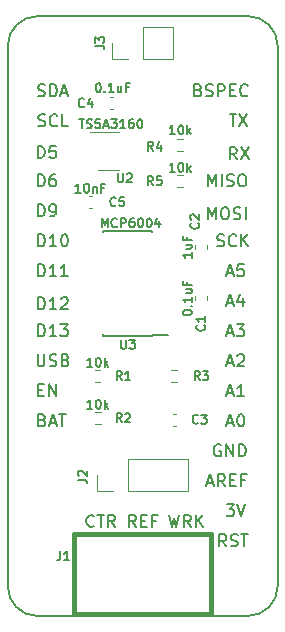
<source format=gbr>
G04 #@! TF.GenerationSoftware,KiCad,Pcbnew,5.1.7-a382d34a8~87~ubuntu18.04.1*
G04 #@! TF.CreationDate,2020-12-12T16:07:48-08:00*
G04 #@! TF.ProjectId,potentiostat_featherwing,706f7465-6e74-4696-9f73-7461745f6665,rev?*
G04 #@! TF.SameCoordinates,Original*
G04 #@! TF.FileFunction,Legend,Top*
G04 #@! TF.FilePolarity,Positive*
%FSLAX46Y46*%
G04 Gerber Fmt 4.6, Leading zero omitted, Abs format (unit mm)*
G04 Created by KiCad (PCBNEW 5.1.7-a382d34a8~87~ubuntu18.04.1) date 2020-12-12 16:07:48*
%MOMM*%
%LPD*%
G01*
G04 APERTURE LIST*
%ADD10C,0.203200*%
%ADD11C,0.150000*%
%ADD12C,0.381000*%
%ADD13C,0.120000*%
%ADD14C,0.152400*%
G04 APERTURE END LIST*
D10*
X53031571Y-67642619D02*
X53273476Y-68658619D01*
X53467000Y-67932904D01*
X53660523Y-68658619D01*
X53902428Y-67642619D01*
X54870047Y-68658619D02*
X54531380Y-68174809D01*
X54289476Y-68658619D02*
X54289476Y-67642619D01*
X54676523Y-67642619D01*
X54773285Y-67691000D01*
X54821666Y-67739380D01*
X54870047Y-67836142D01*
X54870047Y-67981285D01*
X54821666Y-68078047D01*
X54773285Y-68126428D01*
X54676523Y-68174809D01*
X54289476Y-68174809D01*
X55305476Y-68658619D02*
X55305476Y-67642619D01*
X55886047Y-68658619D02*
X55450619Y-68078047D01*
X55886047Y-67642619D02*
X55305476Y-68223190D01*
X50219428Y-68658619D02*
X49880761Y-68174809D01*
X49638857Y-68658619D02*
X49638857Y-67642619D01*
X50025904Y-67642619D01*
X50122666Y-67691000D01*
X50171047Y-67739380D01*
X50219428Y-67836142D01*
X50219428Y-67981285D01*
X50171047Y-68078047D01*
X50122666Y-68126428D01*
X50025904Y-68174809D01*
X49638857Y-68174809D01*
X50654857Y-68126428D02*
X50993523Y-68126428D01*
X51138666Y-68658619D02*
X50654857Y-68658619D01*
X50654857Y-67642619D01*
X51138666Y-67642619D01*
X51912761Y-68126428D02*
X51574095Y-68126428D01*
X51574095Y-68658619D02*
X51574095Y-67642619D01*
X52057904Y-67642619D01*
X46663428Y-68561857D02*
X46615047Y-68610238D01*
X46469904Y-68658619D01*
X46373142Y-68658619D01*
X46228000Y-68610238D01*
X46131238Y-68513476D01*
X46082857Y-68416714D01*
X46034476Y-68223190D01*
X46034476Y-68078047D01*
X46082857Y-67884523D01*
X46131238Y-67787761D01*
X46228000Y-67691000D01*
X46373142Y-67642619D01*
X46469904Y-67642619D01*
X46615047Y-67691000D01*
X46663428Y-67739380D01*
X46953714Y-67642619D02*
X47534285Y-67642619D01*
X47244000Y-68658619D02*
X47244000Y-67642619D01*
X48453523Y-68658619D02*
X48114857Y-68174809D01*
X47872952Y-68658619D02*
X47872952Y-67642619D01*
X48260000Y-67642619D01*
X48356761Y-67691000D01*
X48405142Y-67739380D01*
X48453523Y-67836142D01*
X48453523Y-67981285D01*
X48405142Y-68078047D01*
X48356761Y-68126428D01*
X48260000Y-68174809D01*
X47872952Y-68174809D01*
D11*
X39370000Y-27940000D02*
X39370000Y-73660000D01*
X59690000Y-76200000D02*
X41910000Y-76200000D01*
X62230000Y-27940000D02*
X62230000Y-73660000D01*
X59690000Y-25400000D02*
X41910000Y-25400000D01*
X41910000Y-76200000D02*
G75*
G02*
X39370000Y-73660000I0J2540000D01*
G01*
X62230000Y-73660000D02*
G75*
G02*
X59690000Y-76200000I-2540000J0D01*
G01*
X59690000Y-25400000D02*
G75*
G02*
X62230000Y-27940000I0J-2540000D01*
G01*
X39370000Y-27940000D02*
G75*
G02*
X41910000Y-25400000I2540000J0D01*
G01*
D12*
X45001180Y-69242940D02*
X45001180Y-76045060D01*
X45001180Y-76045060D02*
X56598820Y-76045060D01*
X56598820Y-76045060D02*
X56598820Y-69242940D01*
X56598820Y-69242940D02*
X45001180Y-69242940D01*
D13*
X54670000Y-65592000D02*
X54670000Y-62932000D01*
X49530000Y-65592000D02*
X54670000Y-65592000D01*
X49530000Y-62932000D02*
X54670000Y-62932000D01*
X49530000Y-65592000D02*
X49530000Y-62932000D01*
X48260000Y-65592000D02*
X46930000Y-65592000D01*
X46930000Y-65592000D02*
X46930000Y-64262000D01*
X53400000Y-29016000D02*
X53400000Y-26356000D01*
X50800000Y-29016000D02*
X53400000Y-29016000D01*
X50800000Y-26356000D02*
X53400000Y-26356000D01*
X50800000Y-29016000D02*
X50800000Y-26356000D01*
X49530000Y-29016000D02*
X48200000Y-29016000D01*
X48200000Y-29016000D02*
X48200000Y-27686000D01*
D11*
X51605000Y-52431000D02*
X52980000Y-52431000D01*
X51605000Y-43556000D02*
X47455000Y-43556000D01*
X51605000Y-52456000D02*
X47455000Y-52456000D01*
X51605000Y-43556000D02*
X51605000Y-43671000D01*
X47455000Y-43556000D02*
X47455000Y-43671000D01*
X47455000Y-52456000D02*
X47455000Y-52341000D01*
X51605000Y-52456000D02*
X51605000Y-52431000D01*
D13*
X56263000Y-49135420D02*
X56263000Y-49416580D01*
X55243000Y-49135420D02*
X55243000Y-49416580D01*
X56263000Y-45098580D02*
X56263000Y-44817420D01*
X55243000Y-45098580D02*
X55243000Y-44817420D01*
X53607580Y-59053000D02*
X53326420Y-59053000D01*
X53607580Y-60073000D02*
X53326420Y-60073000D01*
X48273580Y-33276000D02*
X47992420Y-33276000D01*
X48273580Y-32256000D02*
X47992420Y-32256000D01*
X46495580Y-41658000D02*
X46214420Y-41658000D01*
X46495580Y-40638000D02*
X46214420Y-40638000D01*
X46752742Y-55357500D02*
X47227258Y-55357500D01*
X46752742Y-56402500D02*
X47227258Y-56402500D01*
X47241258Y-58913500D02*
X46766742Y-58913500D01*
X47241258Y-59958500D02*
X46766742Y-59958500D01*
X53721724Y-56402500D02*
X53212276Y-56402500D01*
X53721724Y-55357500D02*
X53212276Y-55357500D01*
X53737742Y-36844500D02*
X54212258Y-36844500D01*
X53737742Y-35799500D02*
X54212258Y-35799500D01*
X53737742Y-38847500D02*
X54212258Y-38847500D01*
X53737742Y-39892500D02*
X54212258Y-39892500D01*
X48779000Y-35220000D02*
X46329000Y-35220000D01*
X46979000Y-38440000D02*
X48779000Y-38440000D01*
D10*
X57863619Y-70309619D02*
X57524952Y-69825809D01*
X57283047Y-70309619D02*
X57283047Y-69293619D01*
X57670095Y-69293619D01*
X57766857Y-69342000D01*
X57815238Y-69390380D01*
X57863619Y-69487142D01*
X57863619Y-69632285D01*
X57815238Y-69729047D01*
X57766857Y-69777428D01*
X57670095Y-69825809D01*
X57283047Y-69825809D01*
X58250666Y-70261238D02*
X58395809Y-70309619D01*
X58637714Y-70309619D01*
X58734476Y-70261238D01*
X58782857Y-70212857D01*
X58831238Y-70116095D01*
X58831238Y-70019333D01*
X58782857Y-69922571D01*
X58734476Y-69874190D01*
X58637714Y-69825809D01*
X58444190Y-69777428D01*
X58347428Y-69729047D01*
X58299047Y-69680666D01*
X58250666Y-69583904D01*
X58250666Y-69487142D01*
X58299047Y-69390380D01*
X58347428Y-69342000D01*
X58444190Y-69293619D01*
X58686095Y-69293619D01*
X58831238Y-69342000D01*
X59121523Y-69293619D02*
X59702095Y-69293619D01*
X59411809Y-70309619D02*
X59411809Y-69293619D01*
X57899904Y-66753619D02*
X58528857Y-66753619D01*
X58190190Y-67140666D01*
X58335333Y-67140666D01*
X58432095Y-67189047D01*
X58480476Y-67237428D01*
X58528857Y-67334190D01*
X58528857Y-67576095D01*
X58480476Y-67672857D01*
X58432095Y-67721238D01*
X58335333Y-67769619D01*
X58045047Y-67769619D01*
X57948285Y-67721238D01*
X57899904Y-67672857D01*
X58819142Y-66753619D02*
X59157809Y-67769619D01*
X59496476Y-66753619D01*
X56267047Y-64939333D02*
X56750857Y-64939333D01*
X56170285Y-65229619D02*
X56508952Y-64213619D01*
X56847619Y-65229619D01*
X57766857Y-65229619D02*
X57428190Y-64745809D01*
X57186285Y-65229619D02*
X57186285Y-64213619D01*
X57573333Y-64213619D01*
X57670095Y-64262000D01*
X57718476Y-64310380D01*
X57766857Y-64407142D01*
X57766857Y-64552285D01*
X57718476Y-64649047D01*
X57670095Y-64697428D01*
X57573333Y-64745809D01*
X57186285Y-64745809D01*
X58202285Y-64697428D02*
X58540952Y-64697428D01*
X58686095Y-65229619D02*
X58202285Y-65229619D01*
X58202285Y-64213619D01*
X58686095Y-64213619D01*
X59460190Y-64697428D02*
X59121523Y-64697428D01*
X59121523Y-65229619D02*
X59121523Y-64213619D01*
X59605333Y-64213619D01*
X57391904Y-61722000D02*
X57295142Y-61673619D01*
X57150000Y-61673619D01*
X57004857Y-61722000D01*
X56908095Y-61818761D01*
X56859714Y-61915523D01*
X56811333Y-62109047D01*
X56811333Y-62254190D01*
X56859714Y-62447714D01*
X56908095Y-62544476D01*
X57004857Y-62641238D01*
X57150000Y-62689619D01*
X57246761Y-62689619D01*
X57391904Y-62641238D01*
X57440285Y-62592857D01*
X57440285Y-62254190D01*
X57246761Y-62254190D01*
X57875714Y-62689619D02*
X57875714Y-61673619D01*
X58456285Y-62689619D01*
X58456285Y-61673619D01*
X58940095Y-62689619D02*
X58940095Y-61673619D01*
X59182000Y-61673619D01*
X59327142Y-61722000D01*
X59423904Y-61818761D01*
X59472285Y-61915523D01*
X59520666Y-62109047D01*
X59520666Y-62254190D01*
X59472285Y-62447714D01*
X59423904Y-62544476D01*
X59327142Y-62641238D01*
X59182000Y-62689619D01*
X58940095Y-62689619D01*
X57948285Y-59859333D02*
X58432095Y-59859333D01*
X57851523Y-60149619D02*
X58190190Y-59133619D01*
X58528857Y-60149619D01*
X59061047Y-59133619D02*
X59157809Y-59133619D01*
X59254571Y-59182000D01*
X59302952Y-59230380D01*
X59351333Y-59327142D01*
X59399714Y-59520666D01*
X59399714Y-59762571D01*
X59351333Y-59956095D01*
X59302952Y-60052857D01*
X59254571Y-60101238D01*
X59157809Y-60149619D01*
X59061047Y-60149619D01*
X58964285Y-60101238D01*
X58915904Y-60052857D01*
X58867523Y-59956095D01*
X58819142Y-59762571D01*
X58819142Y-59520666D01*
X58867523Y-59327142D01*
X58915904Y-59230380D01*
X58964285Y-59182000D01*
X59061047Y-59133619D01*
X57948285Y-57319333D02*
X58432095Y-57319333D01*
X57851523Y-57609619D02*
X58190190Y-56593619D01*
X58528857Y-57609619D01*
X59399714Y-57609619D02*
X58819142Y-57609619D01*
X59109428Y-57609619D02*
X59109428Y-56593619D01*
X59012666Y-56738761D01*
X58915904Y-56835523D01*
X58819142Y-56883904D01*
X57948285Y-54779333D02*
X58432095Y-54779333D01*
X57851523Y-55069619D02*
X58190190Y-54053619D01*
X58528857Y-55069619D01*
X58819142Y-54150380D02*
X58867523Y-54102000D01*
X58964285Y-54053619D01*
X59206190Y-54053619D01*
X59302952Y-54102000D01*
X59351333Y-54150380D01*
X59399714Y-54247142D01*
X59399714Y-54343904D01*
X59351333Y-54489047D01*
X58770761Y-55069619D01*
X59399714Y-55069619D01*
X57948285Y-52239333D02*
X58432095Y-52239333D01*
X57851523Y-52529619D02*
X58190190Y-51513619D01*
X58528857Y-52529619D01*
X58770761Y-51513619D02*
X59399714Y-51513619D01*
X59061047Y-51900666D01*
X59206190Y-51900666D01*
X59302952Y-51949047D01*
X59351333Y-51997428D01*
X59399714Y-52094190D01*
X59399714Y-52336095D01*
X59351333Y-52432857D01*
X59302952Y-52481238D01*
X59206190Y-52529619D01*
X58915904Y-52529619D01*
X58819142Y-52481238D01*
X58770761Y-52432857D01*
X57948285Y-49699333D02*
X58432095Y-49699333D01*
X57851523Y-49989619D02*
X58190190Y-48973619D01*
X58528857Y-49989619D01*
X59302952Y-49312285D02*
X59302952Y-49989619D01*
X59061047Y-48925238D02*
X58819142Y-49650952D01*
X59448095Y-49650952D01*
X57948285Y-47159333D02*
X58432095Y-47159333D01*
X57851523Y-47449619D02*
X58190190Y-46433619D01*
X58528857Y-47449619D01*
X59351333Y-46433619D02*
X58867523Y-46433619D01*
X58819142Y-46917428D01*
X58867523Y-46869047D01*
X58964285Y-46820666D01*
X59206190Y-46820666D01*
X59302952Y-46869047D01*
X59351333Y-46917428D01*
X59399714Y-47014190D01*
X59399714Y-47256095D01*
X59351333Y-47352857D01*
X59302952Y-47401238D01*
X59206190Y-47449619D01*
X58964285Y-47449619D01*
X58867523Y-47401238D01*
X58819142Y-47352857D01*
X57113714Y-44861238D02*
X57258857Y-44909619D01*
X57500761Y-44909619D01*
X57597523Y-44861238D01*
X57645904Y-44812857D01*
X57694285Y-44716095D01*
X57694285Y-44619333D01*
X57645904Y-44522571D01*
X57597523Y-44474190D01*
X57500761Y-44425809D01*
X57307238Y-44377428D01*
X57210476Y-44329047D01*
X57162095Y-44280666D01*
X57113714Y-44183904D01*
X57113714Y-44087142D01*
X57162095Y-43990380D01*
X57210476Y-43942000D01*
X57307238Y-43893619D01*
X57549142Y-43893619D01*
X57694285Y-43942000D01*
X58710285Y-44812857D02*
X58661904Y-44861238D01*
X58516761Y-44909619D01*
X58420000Y-44909619D01*
X58274857Y-44861238D01*
X58178095Y-44764476D01*
X58129714Y-44667714D01*
X58081333Y-44474190D01*
X58081333Y-44329047D01*
X58129714Y-44135523D01*
X58178095Y-44038761D01*
X58274857Y-43942000D01*
X58420000Y-43893619D01*
X58516761Y-43893619D01*
X58661904Y-43942000D01*
X58710285Y-43990380D01*
X59145714Y-44909619D02*
X59145714Y-43893619D01*
X59726285Y-44909619D02*
X59290857Y-44329047D01*
X59726285Y-43893619D02*
X59145714Y-44474190D01*
X56315428Y-42623619D02*
X56315428Y-41607619D01*
X56654095Y-42333333D01*
X56992761Y-41607619D01*
X56992761Y-42623619D01*
X57670095Y-41607619D02*
X57863619Y-41607619D01*
X57960380Y-41656000D01*
X58057142Y-41752761D01*
X58105523Y-41946285D01*
X58105523Y-42284952D01*
X58057142Y-42478476D01*
X57960380Y-42575238D01*
X57863619Y-42623619D01*
X57670095Y-42623619D01*
X57573333Y-42575238D01*
X57476571Y-42478476D01*
X57428190Y-42284952D01*
X57428190Y-41946285D01*
X57476571Y-41752761D01*
X57573333Y-41656000D01*
X57670095Y-41607619D01*
X58492571Y-42575238D02*
X58637714Y-42623619D01*
X58879619Y-42623619D01*
X58976380Y-42575238D01*
X59024761Y-42526857D01*
X59073142Y-42430095D01*
X59073142Y-42333333D01*
X59024761Y-42236571D01*
X58976380Y-42188190D01*
X58879619Y-42139809D01*
X58686095Y-42091428D01*
X58589333Y-42043047D01*
X58540952Y-41994666D01*
X58492571Y-41897904D01*
X58492571Y-41801142D01*
X58540952Y-41704380D01*
X58589333Y-41656000D01*
X58686095Y-41607619D01*
X58928000Y-41607619D01*
X59073142Y-41656000D01*
X59508571Y-42623619D02*
X59508571Y-41607619D01*
X56315428Y-39829619D02*
X56315428Y-38813619D01*
X56654095Y-39539333D01*
X56992761Y-38813619D01*
X56992761Y-39829619D01*
X57476571Y-39829619D02*
X57476571Y-38813619D01*
X57912000Y-39781238D02*
X58057142Y-39829619D01*
X58299047Y-39829619D01*
X58395809Y-39781238D01*
X58444190Y-39732857D01*
X58492571Y-39636095D01*
X58492571Y-39539333D01*
X58444190Y-39442571D01*
X58395809Y-39394190D01*
X58299047Y-39345809D01*
X58105523Y-39297428D01*
X58008761Y-39249047D01*
X57960380Y-39200666D01*
X57912000Y-39103904D01*
X57912000Y-39007142D01*
X57960380Y-38910380D01*
X58008761Y-38862000D01*
X58105523Y-38813619D01*
X58347428Y-38813619D01*
X58492571Y-38862000D01*
X59121523Y-38813619D02*
X59315047Y-38813619D01*
X59411809Y-38862000D01*
X59508571Y-38958761D01*
X59556952Y-39152285D01*
X59556952Y-39490952D01*
X59508571Y-39684476D01*
X59411809Y-39781238D01*
X59315047Y-39829619D01*
X59121523Y-39829619D01*
X59024761Y-39781238D01*
X58927999Y-39684476D01*
X58879619Y-39490952D01*
X58879619Y-39152285D01*
X58927999Y-38958761D01*
X59024761Y-38862000D01*
X59121523Y-38813619D01*
X58758666Y-37543619D02*
X58420000Y-37059809D01*
X58178095Y-37543619D02*
X58178095Y-36527619D01*
X58565142Y-36527619D01*
X58661904Y-36576000D01*
X58710285Y-36624380D01*
X58758666Y-36721142D01*
X58758666Y-36866285D01*
X58710285Y-36963047D01*
X58661904Y-37011428D01*
X58565142Y-37059809D01*
X58178095Y-37059809D01*
X59097333Y-36527619D02*
X59774666Y-37543619D01*
X59774666Y-36527619D02*
X59097333Y-37543619D01*
X58153904Y-33733619D02*
X58734476Y-33733619D01*
X58444190Y-34749619D02*
X58444190Y-33733619D01*
X58976380Y-33733619D02*
X59653714Y-34749619D01*
X59653714Y-33733619D02*
X58976380Y-34749619D01*
X55517142Y-31677428D02*
X55662285Y-31725809D01*
X55710666Y-31774190D01*
X55759047Y-31870952D01*
X55759047Y-32016095D01*
X55710666Y-32112857D01*
X55662285Y-32161238D01*
X55565523Y-32209619D01*
X55178476Y-32209619D01*
X55178476Y-31193619D01*
X55517142Y-31193619D01*
X55613904Y-31242000D01*
X55662285Y-31290380D01*
X55710666Y-31387142D01*
X55710666Y-31483904D01*
X55662285Y-31580666D01*
X55613904Y-31629047D01*
X55517142Y-31677428D01*
X55178476Y-31677428D01*
X56146095Y-32161238D02*
X56291238Y-32209619D01*
X56533142Y-32209619D01*
X56629904Y-32161238D01*
X56678285Y-32112857D01*
X56726666Y-32016095D01*
X56726666Y-31919333D01*
X56678285Y-31822571D01*
X56629904Y-31774190D01*
X56533142Y-31725809D01*
X56339619Y-31677428D01*
X56242857Y-31629047D01*
X56194476Y-31580666D01*
X56146095Y-31483904D01*
X56146095Y-31387142D01*
X56194476Y-31290380D01*
X56242857Y-31242000D01*
X56339619Y-31193619D01*
X56581523Y-31193619D01*
X56726666Y-31242000D01*
X57162095Y-32209619D02*
X57162095Y-31193619D01*
X57549142Y-31193619D01*
X57645904Y-31242000D01*
X57694285Y-31290380D01*
X57742666Y-31387142D01*
X57742666Y-31532285D01*
X57694285Y-31629047D01*
X57645904Y-31677428D01*
X57549142Y-31725809D01*
X57162095Y-31725809D01*
X58178095Y-31677428D02*
X58516761Y-31677428D01*
X58661904Y-32209619D02*
X58178095Y-32209619D01*
X58178095Y-31193619D01*
X58661904Y-31193619D01*
X59677904Y-32112857D02*
X59629523Y-32161238D01*
X59484380Y-32209619D01*
X59387619Y-32209619D01*
X59242476Y-32161238D01*
X59145714Y-32064476D01*
X59097333Y-31967714D01*
X59048952Y-31774190D01*
X59048952Y-31629047D01*
X59097333Y-31435523D01*
X59145714Y-31338761D01*
X59242476Y-31242000D01*
X59387619Y-31193619D01*
X59484380Y-31193619D01*
X59629523Y-31242000D01*
X59677904Y-31290380D01*
X42303095Y-59617428D02*
X42448238Y-59665809D01*
X42496619Y-59714190D01*
X42545000Y-59810952D01*
X42545000Y-59956095D01*
X42496619Y-60052857D01*
X42448238Y-60101238D01*
X42351476Y-60149619D01*
X41964428Y-60149619D01*
X41964428Y-59133619D01*
X42303095Y-59133619D01*
X42399857Y-59182000D01*
X42448238Y-59230380D01*
X42496619Y-59327142D01*
X42496619Y-59423904D01*
X42448238Y-59520666D01*
X42399857Y-59569047D01*
X42303095Y-59617428D01*
X41964428Y-59617428D01*
X42932047Y-59859333D02*
X43415857Y-59859333D01*
X42835285Y-60149619D02*
X43173952Y-59133619D01*
X43512619Y-60149619D01*
X43706142Y-59133619D02*
X44286714Y-59133619D01*
X43996428Y-60149619D02*
X43996428Y-59133619D01*
X41922095Y-57077428D02*
X42260761Y-57077428D01*
X42405904Y-57609619D02*
X41922095Y-57609619D01*
X41922095Y-56593619D01*
X42405904Y-56593619D01*
X42841333Y-57609619D02*
X42841333Y-56593619D01*
X43421904Y-57609619D01*
X43421904Y-56593619D01*
X41897904Y-54053619D02*
X41897904Y-54876095D01*
X41946285Y-54972857D01*
X41994666Y-55021238D01*
X42091428Y-55069619D01*
X42284952Y-55069619D01*
X42381714Y-55021238D01*
X42430095Y-54972857D01*
X42478476Y-54876095D01*
X42478476Y-54053619D01*
X42913904Y-55021238D02*
X43059047Y-55069619D01*
X43300952Y-55069619D01*
X43397714Y-55021238D01*
X43446095Y-54972857D01*
X43494476Y-54876095D01*
X43494476Y-54779333D01*
X43446095Y-54682571D01*
X43397714Y-54634190D01*
X43300952Y-54585809D01*
X43107428Y-54537428D01*
X43010666Y-54489047D01*
X42962285Y-54440666D01*
X42913904Y-54343904D01*
X42913904Y-54247142D01*
X42962285Y-54150380D01*
X43010666Y-54102000D01*
X43107428Y-54053619D01*
X43349333Y-54053619D01*
X43494476Y-54102000D01*
X44268571Y-54537428D02*
X44413714Y-54585809D01*
X44462095Y-54634190D01*
X44510476Y-54730952D01*
X44510476Y-54876095D01*
X44462095Y-54972857D01*
X44413714Y-55021238D01*
X44316952Y-55069619D01*
X43929904Y-55069619D01*
X43929904Y-54053619D01*
X44268571Y-54053619D01*
X44365333Y-54102000D01*
X44413714Y-54150380D01*
X44462095Y-54247142D01*
X44462095Y-54343904D01*
X44413714Y-54440666D01*
X44365333Y-54489047D01*
X44268571Y-54537428D01*
X43929904Y-54537428D01*
X41946285Y-52529619D02*
X41946285Y-51513619D01*
X42188190Y-51513619D01*
X42333333Y-51562000D01*
X42430095Y-51658761D01*
X42478476Y-51755523D01*
X42526857Y-51949047D01*
X42526857Y-52094190D01*
X42478476Y-52287714D01*
X42430095Y-52384476D01*
X42333333Y-52481238D01*
X42188190Y-52529619D01*
X41946285Y-52529619D01*
X43494476Y-52529619D02*
X42913904Y-52529619D01*
X43204190Y-52529619D02*
X43204190Y-51513619D01*
X43107428Y-51658761D01*
X43010666Y-51755523D01*
X42913904Y-51803904D01*
X43833142Y-51513619D02*
X44462095Y-51513619D01*
X44123428Y-51900666D01*
X44268571Y-51900666D01*
X44365333Y-51949047D01*
X44413714Y-51997428D01*
X44462095Y-52094190D01*
X44462095Y-52336095D01*
X44413714Y-52432857D01*
X44365333Y-52481238D01*
X44268571Y-52529619D01*
X43978285Y-52529619D01*
X43881523Y-52481238D01*
X43833142Y-52432857D01*
X41946285Y-50243619D02*
X41946285Y-49227619D01*
X42188190Y-49227619D01*
X42333333Y-49276000D01*
X42430095Y-49372761D01*
X42478476Y-49469523D01*
X42526857Y-49663047D01*
X42526857Y-49808190D01*
X42478476Y-50001714D01*
X42430095Y-50098476D01*
X42333333Y-50195238D01*
X42188190Y-50243619D01*
X41946285Y-50243619D01*
X43494476Y-50243619D02*
X42913904Y-50243619D01*
X43204190Y-50243619D02*
X43204190Y-49227619D01*
X43107428Y-49372761D01*
X43010666Y-49469523D01*
X42913904Y-49517904D01*
X43881523Y-49324380D02*
X43929904Y-49276000D01*
X44026666Y-49227619D01*
X44268571Y-49227619D01*
X44365333Y-49276000D01*
X44413714Y-49324380D01*
X44462095Y-49421142D01*
X44462095Y-49517904D01*
X44413714Y-49663047D01*
X43833142Y-50243619D01*
X44462095Y-50243619D01*
X41946285Y-47449619D02*
X41946285Y-46433619D01*
X42188190Y-46433619D01*
X42333333Y-46482000D01*
X42430095Y-46578761D01*
X42478476Y-46675523D01*
X42526857Y-46869047D01*
X42526857Y-47014190D01*
X42478476Y-47207714D01*
X42430095Y-47304476D01*
X42333333Y-47401238D01*
X42188190Y-47449619D01*
X41946285Y-47449619D01*
X43494476Y-47449619D02*
X42913904Y-47449619D01*
X43204190Y-47449619D02*
X43204190Y-46433619D01*
X43107428Y-46578761D01*
X43010666Y-46675523D01*
X42913904Y-46723904D01*
X44462095Y-47449619D02*
X43881523Y-47449619D01*
X44171809Y-47449619D02*
X44171809Y-46433619D01*
X44075047Y-46578761D01*
X43978285Y-46675523D01*
X43881523Y-46723904D01*
X41946285Y-44909619D02*
X41946285Y-43893619D01*
X42188190Y-43893619D01*
X42333333Y-43942000D01*
X42430095Y-44038761D01*
X42478476Y-44135523D01*
X42526857Y-44329047D01*
X42526857Y-44474190D01*
X42478476Y-44667714D01*
X42430095Y-44764476D01*
X42333333Y-44861238D01*
X42188190Y-44909619D01*
X41946285Y-44909619D01*
X43494476Y-44909619D02*
X42913904Y-44909619D01*
X43204190Y-44909619D02*
X43204190Y-43893619D01*
X43107428Y-44038761D01*
X43010666Y-44135523D01*
X42913904Y-44183904D01*
X44123428Y-43893619D02*
X44220190Y-43893619D01*
X44316952Y-43942000D01*
X44365333Y-43990380D01*
X44413714Y-44087142D01*
X44462095Y-44280666D01*
X44462095Y-44522571D01*
X44413714Y-44716095D01*
X44365333Y-44812857D01*
X44316952Y-44861238D01*
X44220190Y-44909619D01*
X44123428Y-44909619D01*
X44026666Y-44861238D01*
X43978285Y-44812857D01*
X43929904Y-44716095D01*
X43881523Y-44522571D01*
X43881523Y-44280666D01*
X43929904Y-44087142D01*
X43978285Y-43990380D01*
X44026666Y-43942000D01*
X44123428Y-43893619D01*
X41922095Y-42369619D02*
X41922095Y-41353619D01*
X42164000Y-41353619D01*
X42309142Y-41402000D01*
X42405904Y-41498761D01*
X42454285Y-41595523D01*
X42502666Y-41789047D01*
X42502666Y-41934190D01*
X42454285Y-42127714D01*
X42405904Y-42224476D01*
X42309142Y-42321238D01*
X42164000Y-42369619D01*
X41922095Y-42369619D01*
X42986476Y-42369619D02*
X43180000Y-42369619D01*
X43276761Y-42321238D01*
X43325142Y-42272857D01*
X43421904Y-42127714D01*
X43470285Y-41934190D01*
X43470285Y-41547142D01*
X43421904Y-41450380D01*
X43373523Y-41402000D01*
X43276761Y-41353619D01*
X43083238Y-41353619D01*
X42986476Y-41402000D01*
X42938095Y-41450380D01*
X42889714Y-41547142D01*
X42889714Y-41789047D01*
X42938095Y-41885809D01*
X42986476Y-41934190D01*
X43083238Y-41982571D01*
X43276761Y-41982571D01*
X43373523Y-41934190D01*
X43421904Y-41885809D01*
X43470285Y-41789047D01*
X41922095Y-39829619D02*
X41922095Y-38813619D01*
X42164000Y-38813619D01*
X42309142Y-38862000D01*
X42405904Y-38958761D01*
X42454285Y-39055523D01*
X42502666Y-39249047D01*
X42502666Y-39394190D01*
X42454285Y-39587714D01*
X42405904Y-39684476D01*
X42309142Y-39781238D01*
X42164000Y-39829619D01*
X41922095Y-39829619D01*
X43373523Y-38813619D02*
X43180000Y-38813619D01*
X43083238Y-38862000D01*
X43034857Y-38910380D01*
X42938095Y-39055523D01*
X42889714Y-39249047D01*
X42889714Y-39636095D01*
X42938095Y-39732857D01*
X42986476Y-39781238D01*
X43083238Y-39829619D01*
X43276761Y-39829619D01*
X43373523Y-39781238D01*
X43421904Y-39732857D01*
X43470285Y-39636095D01*
X43470285Y-39394190D01*
X43421904Y-39297428D01*
X43373523Y-39249047D01*
X43276761Y-39200666D01*
X43083238Y-39200666D01*
X42986476Y-39249047D01*
X42938095Y-39297428D01*
X42889714Y-39394190D01*
X41922095Y-37416619D02*
X41922095Y-36400619D01*
X42164000Y-36400619D01*
X42309142Y-36449000D01*
X42405904Y-36545761D01*
X42454285Y-36642523D01*
X42502666Y-36836047D01*
X42502666Y-36981190D01*
X42454285Y-37174714D01*
X42405904Y-37271476D01*
X42309142Y-37368238D01*
X42164000Y-37416619D01*
X41922095Y-37416619D01*
X43421904Y-36400619D02*
X42938095Y-36400619D01*
X42889714Y-36884428D01*
X42938095Y-36836047D01*
X43034857Y-36787666D01*
X43276761Y-36787666D01*
X43373523Y-36836047D01*
X43421904Y-36884428D01*
X43470285Y-36981190D01*
X43470285Y-37223095D01*
X43421904Y-37319857D01*
X43373523Y-37368238D01*
X43276761Y-37416619D01*
X43034857Y-37416619D01*
X42938095Y-37368238D01*
X42889714Y-37319857D01*
X41970476Y-34701238D02*
X42115619Y-34749619D01*
X42357523Y-34749619D01*
X42454285Y-34701238D01*
X42502666Y-34652857D01*
X42551047Y-34556095D01*
X42551047Y-34459333D01*
X42502666Y-34362571D01*
X42454285Y-34314190D01*
X42357523Y-34265809D01*
X42164000Y-34217428D01*
X42067238Y-34169047D01*
X42018857Y-34120666D01*
X41970476Y-34023904D01*
X41970476Y-33927142D01*
X42018857Y-33830380D01*
X42067238Y-33782000D01*
X42164000Y-33733619D01*
X42405904Y-33733619D01*
X42551047Y-33782000D01*
X43567047Y-34652857D02*
X43518666Y-34701238D01*
X43373523Y-34749619D01*
X43276761Y-34749619D01*
X43131619Y-34701238D01*
X43034857Y-34604476D01*
X42986476Y-34507714D01*
X42938095Y-34314190D01*
X42938095Y-34169047D01*
X42986476Y-33975523D01*
X43034857Y-33878761D01*
X43131619Y-33782000D01*
X43276761Y-33733619D01*
X43373523Y-33733619D01*
X43518666Y-33782000D01*
X43567047Y-33830380D01*
X44486285Y-34749619D02*
X44002476Y-34749619D01*
X44002476Y-33733619D01*
X41946285Y-32161238D02*
X42091428Y-32209619D01*
X42333333Y-32209619D01*
X42430095Y-32161238D01*
X42478476Y-32112857D01*
X42526857Y-32016095D01*
X42526857Y-31919333D01*
X42478476Y-31822571D01*
X42430095Y-31774190D01*
X42333333Y-31725809D01*
X42139809Y-31677428D01*
X42043047Y-31629047D01*
X41994666Y-31580666D01*
X41946285Y-31483904D01*
X41946285Y-31387142D01*
X41994666Y-31290380D01*
X42043047Y-31242000D01*
X42139809Y-31193619D01*
X42381714Y-31193619D01*
X42526857Y-31242000D01*
X42962285Y-32209619D02*
X42962285Y-31193619D01*
X43204190Y-31193619D01*
X43349333Y-31242000D01*
X43446095Y-31338761D01*
X43494476Y-31435523D01*
X43542857Y-31629047D01*
X43542857Y-31774190D01*
X43494476Y-31967714D01*
X43446095Y-32064476D01*
X43349333Y-32161238D01*
X43204190Y-32209619D01*
X42962285Y-32209619D01*
X43929904Y-31919333D02*
X44413714Y-31919333D01*
X43833142Y-32209619D02*
X44171809Y-31193619D01*
X44510476Y-32209619D01*
D14*
X43815000Y-70702714D02*
X43815000Y-71247000D01*
X43778714Y-71355857D01*
X43706142Y-71428428D01*
X43597285Y-71464714D01*
X43524714Y-71464714D01*
X44577000Y-71464714D02*
X44141571Y-71464714D01*
X44359285Y-71464714D02*
X44359285Y-70702714D01*
X44286714Y-70811571D01*
X44214142Y-70884142D01*
X44141571Y-70920428D01*
X45302714Y-64643000D02*
X45847000Y-64643000D01*
X45955857Y-64679285D01*
X46028428Y-64751857D01*
X46064714Y-64860714D01*
X46064714Y-64933285D01*
X45375285Y-64316428D02*
X45339000Y-64280142D01*
X45302714Y-64207571D01*
X45302714Y-64026142D01*
X45339000Y-63953571D01*
X45375285Y-63917285D01*
X45447857Y-63881000D01*
X45520428Y-63881000D01*
X45629285Y-63917285D01*
X46064714Y-64352714D01*
X46064714Y-63881000D01*
X46782714Y-27940000D02*
X47327000Y-27940000D01*
X47435857Y-27976285D01*
X47508428Y-28048857D01*
X47544714Y-28157714D01*
X47544714Y-28230285D01*
X46782714Y-27649714D02*
X46782714Y-27178000D01*
X47073000Y-27432000D01*
X47073000Y-27323142D01*
X47109285Y-27250571D01*
X47145571Y-27214285D01*
X47218142Y-27178000D01*
X47399571Y-27178000D01*
X47472142Y-27214285D01*
X47508428Y-27250571D01*
X47544714Y-27323142D01*
X47544714Y-27540857D01*
X47508428Y-27613428D01*
X47472142Y-27649714D01*
X48949428Y-52795714D02*
X48949428Y-53412571D01*
X48985714Y-53485142D01*
X49022000Y-53521428D01*
X49094571Y-53557714D01*
X49239714Y-53557714D01*
X49312285Y-53521428D01*
X49348571Y-53485142D01*
X49384857Y-53412571D01*
X49384857Y-52795714D01*
X49675142Y-52795714D02*
X50146857Y-52795714D01*
X49892857Y-53086000D01*
X50001714Y-53086000D01*
X50074285Y-53122285D01*
X50110571Y-53158571D01*
X50146857Y-53231142D01*
X50146857Y-53412571D01*
X50110571Y-53485142D01*
X50074285Y-53521428D01*
X50001714Y-53557714D01*
X49784000Y-53557714D01*
X49711428Y-53521428D01*
X49675142Y-53485142D01*
X47316571Y-43270714D02*
X47316571Y-42508714D01*
X47570571Y-43053000D01*
X47824571Y-42508714D01*
X47824571Y-43270714D01*
X48622857Y-43198142D02*
X48586571Y-43234428D01*
X48477714Y-43270714D01*
X48405142Y-43270714D01*
X48296285Y-43234428D01*
X48223714Y-43161857D01*
X48187428Y-43089285D01*
X48151142Y-42944142D01*
X48151142Y-42835285D01*
X48187428Y-42690142D01*
X48223714Y-42617571D01*
X48296285Y-42545000D01*
X48405142Y-42508714D01*
X48477714Y-42508714D01*
X48586571Y-42545000D01*
X48622857Y-42581285D01*
X48949428Y-43270714D02*
X48949428Y-42508714D01*
X49239714Y-42508714D01*
X49312285Y-42545000D01*
X49348571Y-42581285D01*
X49384857Y-42653857D01*
X49384857Y-42762714D01*
X49348571Y-42835285D01*
X49312285Y-42871571D01*
X49239714Y-42907857D01*
X48949428Y-42907857D01*
X50038000Y-42508714D02*
X49892857Y-42508714D01*
X49820285Y-42545000D01*
X49784000Y-42581285D01*
X49711428Y-42690142D01*
X49675142Y-42835285D01*
X49675142Y-43125571D01*
X49711428Y-43198142D01*
X49747714Y-43234428D01*
X49820285Y-43270714D01*
X49965428Y-43270714D01*
X50038000Y-43234428D01*
X50074285Y-43198142D01*
X50110571Y-43125571D01*
X50110571Y-42944142D01*
X50074285Y-42871571D01*
X50038000Y-42835285D01*
X49965428Y-42799000D01*
X49820285Y-42799000D01*
X49747714Y-42835285D01*
X49711428Y-42871571D01*
X49675142Y-42944142D01*
X50582285Y-42508714D02*
X50654857Y-42508714D01*
X50727428Y-42545000D01*
X50763714Y-42581285D01*
X50800000Y-42653857D01*
X50836285Y-42799000D01*
X50836285Y-42980428D01*
X50800000Y-43125571D01*
X50763714Y-43198142D01*
X50727428Y-43234428D01*
X50654857Y-43270714D01*
X50582285Y-43270714D01*
X50509714Y-43234428D01*
X50473428Y-43198142D01*
X50437142Y-43125571D01*
X50400857Y-42980428D01*
X50400857Y-42799000D01*
X50437142Y-42653857D01*
X50473428Y-42581285D01*
X50509714Y-42545000D01*
X50582285Y-42508714D01*
X51308000Y-42508714D02*
X51380571Y-42508714D01*
X51453142Y-42545000D01*
X51489428Y-42581285D01*
X51525714Y-42653857D01*
X51562000Y-42799000D01*
X51562000Y-42980428D01*
X51525714Y-43125571D01*
X51489428Y-43198142D01*
X51453142Y-43234428D01*
X51380571Y-43270714D01*
X51308000Y-43270714D01*
X51235428Y-43234428D01*
X51199142Y-43198142D01*
X51162857Y-43125571D01*
X51126571Y-42980428D01*
X51126571Y-42799000D01*
X51162857Y-42653857D01*
X51199142Y-42581285D01*
X51235428Y-42545000D01*
X51308000Y-42508714D01*
X52215142Y-42762714D02*
X52215142Y-43270714D01*
X52033714Y-42472428D02*
X51852285Y-43016714D01*
X52324000Y-43016714D01*
X56025142Y-51562000D02*
X56061428Y-51598285D01*
X56097714Y-51707142D01*
X56097714Y-51779714D01*
X56061428Y-51888571D01*
X55988857Y-51961142D01*
X55916285Y-51997428D01*
X55771142Y-52033714D01*
X55662285Y-52033714D01*
X55517142Y-51997428D01*
X55444571Y-51961142D01*
X55372000Y-51888571D01*
X55335714Y-51779714D01*
X55335714Y-51707142D01*
X55372000Y-51598285D01*
X55408285Y-51562000D01*
X56097714Y-50836285D02*
X56097714Y-51271714D01*
X56097714Y-51054000D02*
X55335714Y-51054000D01*
X55444571Y-51126571D01*
X55517142Y-51199142D01*
X55553428Y-51271714D01*
X54192714Y-50527857D02*
X54192714Y-50455285D01*
X54229000Y-50382714D01*
X54265285Y-50346428D01*
X54337857Y-50310142D01*
X54483000Y-50273857D01*
X54664428Y-50273857D01*
X54809571Y-50310142D01*
X54882142Y-50346428D01*
X54918428Y-50382714D01*
X54954714Y-50455285D01*
X54954714Y-50527857D01*
X54918428Y-50600428D01*
X54882142Y-50636714D01*
X54809571Y-50673000D01*
X54664428Y-50709285D01*
X54483000Y-50709285D01*
X54337857Y-50673000D01*
X54265285Y-50636714D01*
X54229000Y-50600428D01*
X54192714Y-50527857D01*
X54882142Y-49947285D02*
X54918428Y-49911000D01*
X54954714Y-49947285D01*
X54918428Y-49983571D01*
X54882142Y-49947285D01*
X54954714Y-49947285D01*
X54954714Y-49185285D02*
X54954714Y-49620714D01*
X54954714Y-49403000D02*
X54192714Y-49403000D01*
X54301571Y-49475571D01*
X54374142Y-49548142D01*
X54410428Y-49620714D01*
X54446714Y-48532142D02*
X54954714Y-48532142D01*
X54446714Y-48858714D02*
X54845857Y-48858714D01*
X54918428Y-48822428D01*
X54954714Y-48749857D01*
X54954714Y-48641000D01*
X54918428Y-48568428D01*
X54882142Y-48532142D01*
X54555571Y-47915285D02*
X54555571Y-48169285D01*
X54954714Y-48169285D02*
X54192714Y-48169285D01*
X54192714Y-47806428D01*
X55517142Y-42926000D02*
X55553428Y-42962285D01*
X55589714Y-43071142D01*
X55589714Y-43143714D01*
X55553428Y-43252571D01*
X55480857Y-43325142D01*
X55408285Y-43361428D01*
X55263142Y-43397714D01*
X55154285Y-43397714D01*
X55009142Y-43361428D01*
X54936571Y-43325142D01*
X54864000Y-43252571D01*
X54827714Y-43143714D01*
X54827714Y-43071142D01*
X54864000Y-42962285D01*
X54900285Y-42926000D01*
X54900285Y-42635714D02*
X54864000Y-42599428D01*
X54827714Y-42526857D01*
X54827714Y-42345428D01*
X54864000Y-42272857D01*
X54900285Y-42236571D01*
X54972857Y-42200285D01*
X55045428Y-42200285D01*
X55154285Y-42236571D01*
X55589714Y-42672000D01*
X55589714Y-42200285D01*
X54954714Y-45411571D02*
X54954714Y-45847000D01*
X54954714Y-45629285D02*
X54192714Y-45629285D01*
X54301571Y-45701857D01*
X54374142Y-45774428D01*
X54410428Y-45847000D01*
X54446714Y-44758428D02*
X54954714Y-44758428D01*
X54446714Y-45085000D02*
X54845857Y-45085000D01*
X54918428Y-45048714D01*
X54954714Y-44976142D01*
X54954714Y-44867285D01*
X54918428Y-44794714D01*
X54882142Y-44758428D01*
X54555571Y-44141571D02*
X54555571Y-44395571D01*
X54954714Y-44395571D02*
X54192714Y-44395571D01*
X54192714Y-44032714D01*
X55499000Y-59835142D02*
X55462714Y-59871428D01*
X55353857Y-59907714D01*
X55281285Y-59907714D01*
X55172428Y-59871428D01*
X55099857Y-59798857D01*
X55063571Y-59726285D01*
X55027285Y-59581142D01*
X55027285Y-59472285D01*
X55063571Y-59327142D01*
X55099857Y-59254571D01*
X55172428Y-59182000D01*
X55281285Y-59145714D01*
X55353857Y-59145714D01*
X55462714Y-59182000D01*
X55499000Y-59218285D01*
X55753000Y-59145714D02*
X56224714Y-59145714D01*
X55970714Y-59436000D01*
X56079571Y-59436000D01*
X56152142Y-59472285D01*
X56188428Y-59508571D01*
X56224714Y-59581142D01*
X56224714Y-59762571D01*
X56188428Y-59835142D01*
X56152142Y-59871428D01*
X56079571Y-59907714D01*
X55861857Y-59907714D01*
X55789285Y-59871428D01*
X55753000Y-59835142D01*
X45847000Y-33038142D02*
X45810714Y-33074428D01*
X45701857Y-33110714D01*
X45629285Y-33110714D01*
X45520428Y-33074428D01*
X45447857Y-33001857D01*
X45411571Y-32929285D01*
X45375285Y-32784142D01*
X45375285Y-32675285D01*
X45411571Y-32530142D01*
X45447857Y-32457571D01*
X45520428Y-32385000D01*
X45629285Y-32348714D01*
X45701857Y-32348714D01*
X45810714Y-32385000D01*
X45847000Y-32421285D01*
X46500142Y-32602714D02*
X46500142Y-33110714D01*
X46318714Y-32312428D02*
X46137285Y-32856714D01*
X46609000Y-32856714D01*
X47008142Y-31078714D02*
X47080714Y-31078714D01*
X47153285Y-31115000D01*
X47189571Y-31151285D01*
X47225857Y-31223857D01*
X47262142Y-31369000D01*
X47262142Y-31550428D01*
X47225857Y-31695571D01*
X47189571Y-31768142D01*
X47153285Y-31804428D01*
X47080714Y-31840714D01*
X47008142Y-31840714D01*
X46935571Y-31804428D01*
X46899285Y-31768142D01*
X46863000Y-31695571D01*
X46826714Y-31550428D01*
X46826714Y-31369000D01*
X46863000Y-31223857D01*
X46899285Y-31151285D01*
X46935571Y-31115000D01*
X47008142Y-31078714D01*
X47588714Y-31768142D02*
X47625000Y-31804428D01*
X47588714Y-31840714D01*
X47552428Y-31804428D01*
X47588714Y-31768142D01*
X47588714Y-31840714D01*
X48350714Y-31840714D02*
X47915285Y-31840714D01*
X48133000Y-31840714D02*
X48133000Y-31078714D01*
X48060428Y-31187571D01*
X47987857Y-31260142D01*
X47915285Y-31296428D01*
X49003857Y-31332714D02*
X49003857Y-31840714D01*
X48677285Y-31332714D02*
X48677285Y-31731857D01*
X48713571Y-31804428D01*
X48786142Y-31840714D01*
X48895000Y-31840714D01*
X48967571Y-31804428D01*
X49003857Y-31768142D01*
X49620714Y-31441571D02*
X49366714Y-31441571D01*
X49366714Y-31840714D02*
X49366714Y-31078714D01*
X49729571Y-31078714D01*
X48514000Y-41420142D02*
X48477714Y-41456428D01*
X48368857Y-41492714D01*
X48296285Y-41492714D01*
X48187428Y-41456428D01*
X48114857Y-41383857D01*
X48078571Y-41311285D01*
X48042285Y-41166142D01*
X48042285Y-41057285D01*
X48078571Y-40912142D01*
X48114857Y-40839571D01*
X48187428Y-40767000D01*
X48296285Y-40730714D01*
X48368857Y-40730714D01*
X48477714Y-40767000D01*
X48514000Y-40803285D01*
X49203428Y-40730714D02*
X48840571Y-40730714D01*
X48804285Y-41093571D01*
X48840571Y-41057285D01*
X48913142Y-41021000D01*
X49094571Y-41021000D01*
X49167142Y-41057285D01*
X49203428Y-41093571D01*
X49239714Y-41166142D01*
X49239714Y-41347571D01*
X49203428Y-41420142D01*
X49167142Y-41456428D01*
X49094571Y-41492714D01*
X48913142Y-41492714D01*
X48840571Y-41456428D01*
X48804285Y-41420142D01*
X45538571Y-40349714D02*
X45103142Y-40349714D01*
X45320857Y-40349714D02*
X45320857Y-39587714D01*
X45248285Y-39696571D01*
X45175714Y-39769142D01*
X45103142Y-39805428D01*
X46010285Y-39587714D02*
X46082857Y-39587714D01*
X46155428Y-39624000D01*
X46191714Y-39660285D01*
X46228000Y-39732857D01*
X46264285Y-39878000D01*
X46264285Y-40059428D01*
X46228000Y-40204571D01*
X46191714Y-40277142D01*
X46155428Y-40313428D01*
X46082857Y-40349714D01*
X46010285Y-40349714D01*
X45937714Y-40313428D01*
X45901428Y-40277142D01*
X45865142Y-40204571D01*
X45828857Y-40059428D01*
X45828857Y-39878000D01*
X45865142Y-39732857D01*
X45901428Y-39660285D01*
X45937714Y-39624000D01*
X46010285Y-39587714D01*
X46590857Y-39841714D02*
X46590857Y-40349714D01*
X46590857Y-39914285D02*
X46627142Y-39878000D01*
X46699714Y-39841714D01*
X46808571Y-39841714D01*
X46881142Y-39878000D01*
X46917428Y-39950571D01*
X46917428Y-40349714D01*
X47534285Y-39950571D02*
X47280285Y-39950571D01*
X47280285Y-40349714D02*
X47280285Y-39587714D01*
X47643142Y-39587714D01*
X49022000Y-56224714D02*
X48768000Y-55861857D01*
X48586571Y-56224714D02*
X48586571Y-55462714D01*
X48876857Y-55462714D01*
X48949428Y-55499000D01*
X48985714Y-55535285D01*
X49022000Y-55607857D01*
X49022000Y-55716714D01*
X48985714Y-55789285D01*
X48949428Y-55825571D01*
X48876857Y-55861857D01*
X48586571Y-55861857D01*
X49747714Y-56224714D02*
X49312285Y-56224714D01*
X49530000Y-56224714D02*
X49530000Y-55462714D01*
X49457428Y-55571571D01*
X49384857Y-55644142D01*
X49312285Y-55680428D01*
X46536428Y-55081714D02*
X46101000Y-55081714D01*
X46318714Y-55081714D02*
X46318714Y-54319714D01*
X46246142Y-54428571D01*
X46173571Y-54501142D01*
X46101000Y-54537428D01*
X47008142Y-54319714D02*
X47080714Y-54319714D01*
X47153285Y-54356000D01*
X47189571Y-54392285D01*
X47225857Y-54464857D01*
X47262142Y-54610000D01*
X47262142Y-54791428D01*
X47225857Y-54936571D01*
X47189571Y-55009142D01*
X47153285Y-55045428D01*
X47080714Y-55081714D01*
X47008142Y-55081714D01*
X46935571Y-55045428D01*
X46899285Y-55009142D01*
X46863000Y-54936571D01*
X46826714Y-54791428D01*
X46826714Y-54610000D01*
X46863000Y-54464857D01*
X46899285Y-54392285D01*
X46935571Y-54356000D01*
X47008142Y-54319714D01*
X47588714Y-55081714D02*
X47588714Y-54319714D01*
X47661285Y-54791428D02*
X47879000Y-55081714D01*
X47879000Y-54573714D02*
X47588714Y-54864000D01*
X49022000Y-59780714D02*
X48768000Y-59417857D01*
X48586571Y-59780714D02*
X48586571Y-59018714D01*
X48876857Y-59018714D01*
X48949428Y-59055000D01*
X48985714Y-59091285D01*
X49022000Y-59163857D01*
X49022000Y-59272714D01*
X48985714Y-59345285D01*
X48949428Y-59381571D01*
X48876857Y-59417857D01*
X48586571Y-59417857D01*
X49312285Y-59091285D02*
X49348571Y-59055000D01*
X49421142Y-59018714D01*
X49602571Y-59018714D01*
X49675142Y-59055000D01*
X49711428Y-59091285D01*
X49747714Y-59163857D01*
X49747714Y-59236428D01*
X49711428Y-59345285D01*
X49276000Y-59780714D01*
X49747714Y-59780714D01*
X46536428Y-58637714D02*
X46101000Y-58637714D01*
X46318714Y-58637714D02*
X46318714Y-57875714D01*
X46246142Y-57984571D01*
X46173571Y-58057142D01*
X46101000Y-58093428D01*
X47008142Y-57875714D02*
X47080714Y-57875714D01*
X47153285Y-57912000D01*
X47189571Y-57948285D01*
X47225857Y-58020857D01*
X47262142Y-58166000D01*
X47262142Y-58347428D01*
X47225857Y-58492571D01*
X47189571Y-58565142D01*
X47153285Y-58601428D01*
X47080714Y-58637714D01*
X47008142Y-58637714D01*
X46935571Y-58601428D01*
X46899285Y-58565142D01*
X46863000Y-58492571D01*
X46826714Y-58347428D01*
X46826714Y-58166000D01*
X46863000Y-58020857D01*
X46899285Y-57948285D01*
X46935571Y-57912000D01*
X47008142Y-57875714D01*
X47588714Y-58637714D02*
X47588714Y-57875714D01*
X47661285Y-58347428D02*
X47879000Y-58637714D01*
X47879000Y-58129714D02*
X47588714Y-58420000D01*
X55626000Y-56224714D02*
X55372000Y-55861857D01*
X55190571Y-56224714D02*
X55190571Y-55462714D01*
X55480857Y-55462714D01*
X55553428Y-55499000D01*
X55589714Y-55535285D01*
X55626000Y-55607857D01*
X55626000Y-55716714D01*
X55589714Y-55789285D01*
X55553428Y-55825571D01*
X55480857Y-55861857D01*
X55190571Y-55861857D01*
X55880000Y-55462714D02*
X56351714Y-55462714D01*
X56097714Y-55753000D01*
X56206571Y-55753000D01*
X56279142Y-55789285D01*
X56315428Y-55825571D01*
X56351714Y-55898142D01*
X56351714Y-56079571D01*
X56315428Y-56152142D01*
X56279142Y-56188428D01*
X56206571Y-56224714D01*
X55988857Y-56224714D01*
X55916285Y-56188428D01*
X55880000Y-56152142D01*
X51689000Y-36793714D02*
X51435000Y-36430857D01*
X51253571Y-36793714D02*
X51253571Y-36031714D01*
X51543857Y-36031714D01*
X51616428Y-36068000D01*
X51652714Y-36104285D01*
X51689000Y-36176857D01*
X51689000Y-36285714D01*
X51652714Y-36358285D01*
X51616428Y-36394571D01*
X51543857Y-36430857D01*
X51253571Y-36430857D01*
X52342142Y-36285714D02*
X52342142Y-36793714D01*
X52160714Y-35995428D02*
X51979285Y-36539714D01*
X52451000Y-36539714D01*
X53521428Y-35396714D02*
X53086000Y-35396714D01*
X53303714Y-35396714D02*
X53303714Y-34634714D01*
X53231142Y-34743571D01*
X53158571Y-34816142D01*
X53086000Y-34852428D01*
X53993142Y-34634714D02*
X54065714Y-34634714D01*
X54138285Y-34671000D01*
X54174571Y-34707285D01*
X54210857Y-34779857D01*
X54247142Y-34925000D01*
X54247142Y-35106428D01*
X54210857Y-35251571D01*
X54174571Y-35324142D01*
X54138285Y-35360428D01*
X54065714Y-35396714D01*
X53993142Y-35396714D01*
X53920571Y-35360428D01*
X53884285Y-35324142D01*
X53848000Y-35251571D01*
X53811714Y-35106428D01*
X53811714Y-34925000D01*
X53848000Y-34779857D01*
X53884285Y-34707285D01*
X53920571Y-34671000D01*
X53993142Y-34634714D01*
X54573714Y-35396714D02*
X54573714Y-34634714D01*
X54646285Y-35106428D02*
X54864000Y-35396714D01*
X54864000Y-34888714D02*
X54573714Y-35179000D01*
X51689000Y-39714714D02*
X51435000Y-39351857D01*
X51253571Y-39714714D02*
X51253571Y-38952714D01*
X51543857Y-38952714D01*
X51616428Y-38989000D01*
X51652714Y-39025285D01*
X51689000Y-39097857D01*
X51689000Y-39206714D01*
X51652714Y-39279285D01*
X51616428Y-39315571D01*
X51543857Y-39351857D01*
X51253571Y-39351857D01*
X52378428Y-38952714D02*
X52015571Y-38952714D01*
X51979285Y-39315571D01*
X52015571Y-39279285D01*
X52088142Y-39243000D01*
X52269571Y-39243000D01*
X52342142Y-39279285D01*
X52378428Y-39315571D01*
X52414714Y-39388142D01*
X52414714Y-39569571D01*
X52378428Y-39642142D01*
X52342142Y-39678428D01*
X52269571Y-39714714D01*
X52088142Y-39714714D01*
X52015571Y-39678428D01*
X51979285Y-39642142D01*
X53521428Y-38571714D02*
X53086000Y-38571714D01*
X53303714Y-38571714D02*
X53303714Y-37809714D01*
X53231142Y-37918571D01*
X53158571Y-37991142D01*
X53086000Y-38027428D01*
X53993142Y-37809714D02*
X54065714Y-37809714D01*
X54138285Y-37846000D01*
X54174571Y-37882285D01*
X54210857Y-37954857D01*
X54247142Y-38100000D01*
X54247142Y-38281428D01*
X54210857Y-38426571D01*
X54174571Y-38499142D01*
X54138285Y-38535428D01*
X54065714Y-38571714D01*
X53993142Y-38571714D01*
X53920571Y-38535428D01*
X53884285Y-38499142D01*
X53848000Y-38426571D01*
X53811714Y-38281428D01*
X53811714Y-38100000D01*
X53848000Y-37954857D01*
X53884285Y-37882285D01*
X53920571Y-37846000D01*
X53993142Y-37809714D01*
X54573714Y-38571714D02*
X54573714Y-37809714D01*
X54646285Y-38281428D02*
X54864000Y-38571714D01*
X54864000Y-38063714D02*
X54573714Y-38354000D01*
X48695428Y-38698714D02*
X48695428Y-39315571D01*
X48731714Y-39388142D01*
X48768000Y-39424428D01*
X48840571Y-39460714D01*
X48985714Y-39460714D01*
X49058285Y-39424428D01*
X49094571Y-39388142D01*
X49130857Y-39315571D01*
X49130857Y-38698714D01*
X49457428Y-38771285D02*
X49493714Y-38735000D01*
X49566285Y-38698714D01*
X49747714Y-38698714D01*
X49820285Y-38735000D01*
X49856571Y-38771285D01*
X49892857Y-38843857D01*
X49892857Y-38916428D01*
X49856571Y-39025285D01*
X49421142Y-39460714D01*
X49892857Y-39460714D01*
X45411571Y-34126714D02*
X45847000Y-34126714D01*
X45629285Y-34888714D02*
X45629285Y-34126714D01*
X46064714Y-34852428D02*
X46173571Y-34888714D01*
X46355000Y-34888714D01*
X46427571Y-34852428D01*
X46463857Y-34816142D01*
X46500142Y-34743571D01*
X46500142Y-34671000D01*
X46463857Y-34598428D01*
X46427571Y-34562142D01*
X46355000Y-34525857D01*
X46209857Y-34489571D01*
X46137285Y-34453285D01*
X46101000Y-34417000D01*
X46064714Y-34344428D01*
X46064714Y-34271857D01*
X46101000Y-34199285D01*
X46137285Y-34163000D01*
X46209857Y-34126714D01*
X46391285Y-34126714D01*
X46500142Y-34163000D01*
X47189571Y-34126714D02*
X46826714Y-34126714D01*
X46790428Y-34489571D01*
X46826714Y-34453285D01*
X46899285Y-34417000D01*
X47080714Y-34417000D01*
X47153285Y-34453285D01*
X47189571Y-34489571D01*
X47225857Y-34562142D01*
X47225857Y-34743571D01*
X47189571Y-34816142D01*
X47153285Y-34852428D01*
X47080714Y-34888714D01*
X46899285Y-34888714D01*
X46826714Y-34852428D01*
X46790428Y-34816142D01*
X47516142Y-34671000D02*
X47879000Y-34671000D01*
X47443571Y-34888714D02*
X47697571Y-34126714D01*
X47951571Y-34888714D01*
X48133000Y-34126714D02*
X48604714Y-34126714D01*
X48350714Y-34417000D01*
X48459571Y-34417000D01*
X48532142Y-34453285D01*
X48568428Y-34489571D01*
X48604714Y-34562142D01*
X48604714Y-34743571D01*
X48568428Y-34816142D01*
X48532142Y-34852428D01*
X48459571Y-34888714D01*
X48241857Y-34888714D01*
X48169285Y-34852428D01*
X48133000Y-34816142D01*
X49330428Y-34888714D02*
X48895000Y-34888714D01*
X49112714Y-34888714D02*
X49112714Y-34126714D01*
X49040142Y-34235571D01*
X48967571Y-34308142D01*
X48895000Y-34344428D01*
X49983571Y-34126714D02*
X49838428Y-34126714D01*
X49765857Y-34163000D01*
X49729571Y-34199285D01*
X49657000Y-34308142D01*
X49620714Y-34453285D01*
X49620714Y-34743571D01*
X49657000Y-34816142D01*
X49693285Y-34852428D01*
X49765857Y-34888714D01*
X49911000Y-34888714D01*
X49983571Y-34852428D01*
X50019857Y-34816142D01*
X50056142Y-34743571D01*
X50056142Y-34562142D01*
X50019857Y-34489571D01*
X49983571Y-34453285D01*
X49911000Y-34417000D01*
X49765857Y-34417000D01*
X49693285Y-34453285D01*
X49657000Y-34489571D01*
X49620714Y-34562142D01*
X50527857Y-34126714D02*
X50600428Y-34126714D01*
X50673000Y-34163000D01*
X50709285Y-34199285D01*
X50745571Y-34271857D01*
X50781857Y-34417000D01*
X50781857Y-34598428D01*
X50745571Y-34743571D01*
X50709285Y-34816142D01*
X50673000Y-34852428D01*
X50600428Y-34888714D01*
X50527857Y-34888714D01*
X50455285Y-34852428D01*
X50419000Y-34816142D01*
X50382714Y-34743571D01*
X50346428Y-34598428D01*
X50346428Y-34417000D01*
X50382714Y-34271857D01*
X50419000Y-34199285D01*
X50455285Y-34163000D01*
X50527857Y-34126714D01*
M02*

</source>
